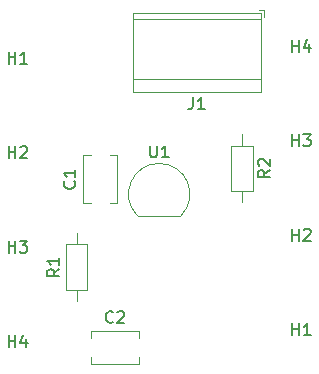
<source format=gbr>
G04 #@! TF.GenerationSoftware,KiCad,Pcbnew,(5.1.4)-1*
G04 #@! TF.CreationDate,2019-11-07T18:26:40-06:00*
G04 #@! TF.ProjectId,SensorBoard,53656e73-6f72-4426-9f61-72642e6b6963,rev?*
G04 #@! TF.SameCoordinates,Original*
G04 #@! TF.FileFunction,Legend,Top*
G04 #@! TF.FilePolarity,Positive*
%FSLAX46Y46*%
G04 Gerber Fmt 4.6, Leading zero omitted, Abs format (unit mm)*
G04 Created by KiCad (PCBNEW (5.1.4)-1) date 2019-11-07 18:26:40*
%MOMM*%
%LPD*%
G04 APERTURE LIST*
%ADD10C,0.120000*%
%ADD11C,0.150000*%
G04 APERTURE END LIST*
D10*
X5838478Y-13838478D02*
G75*
G03X4000000Y-9400000I-1838478J1838478D01*
G01*
X2161522Y-13838478D02*
G75*
G02X4000000Y-9400000I1838478J1838478D01*
G01*
X2200000Y-13850000D02*
X5800000Y-13850000D01*
X11000000Y-12680000D02*
X11000000Y-11730000D01*
X11000000Y-6940000D02*
X11000000Y-7890000D01*
X11920000Y-11730000D02*
X11920000Y-7890000D01*
X10080000Y-11730000D02*
X11920000Y-11730000D01*
X10080000Y-7890000D02*
X10080000Y-11730000D01*
X11920000Y-7890000D02*
X10080000Y-7890000D01*
X-3000000Y-15320000D02*
X-3000000Y-16270000D01*
X-3000000Y-21060000D02*
X-3000000Y-20110000D01*
X-3920000Y-16270000D02*
X-3920000Y-20110000D01*
X-2080000Y-16270000D02*
X-3920000Y-16270000D01*
X-2080000Y-20110000D02*
X-2080000Y-16270000D01*
X-3920000Y-20110000D02*
X-2080000Y-20110000D01*
X12860000Y3610000D02*
X12460000Y3610000D01*
X12860000Y2970000D02*
X12860000Y3610000D01*
X1759000Y-3370000D02*
X1759000Y3370000D01*
X12620000Y-3370000D02*
X12620000Y3370000D01*
X12620000Y3370000D02*
X1759000Y3370000D01*
X12620000Y-3370000D02*
X1759000Y-3370000D01*
X12620000Y-2250000D02*
X1759000Y-2250000D01*
X12620000Y2850000D02*
X1759000Y2850000D01*
X2270000Y-25795000D02*
X2270000Y-26420000D01*
X2270000Y-23580000D02*
X2270000Y-24205000D01*
X-1770000Y-25795000D02*
X-1770000Y-26420000D01*
X-1770000Y-23580000D02*
X-1770000Y-24205000D01*
X-1770000Y-26420000D02*
X2270000Y-26420000D01*
X-1770000Y-23580000D02*
X2270000Y-23580000D01*
X-205000Y-8730000D02*
X420000Y-8730000D01*
X-2420000Y-8730000D02*
X-1795000Y-8730000D01*
X-205000Y-12770000D02*
X420000Y-12770000D01*
X-2420000Y-12770000D02*
X-1795000Y-12770000D01*
X420000Y-12770000D02*
X420000Y-8730000D01*
X-2420000Y-12770000D02*
X-2420000Y-8730000D01*
D11*
X15238095Y-7952380D02*
X15238095Y-6952380D01*
X15238095Y-7428571D02*
X15809523Y-7428571D01*
X15809523Y-7952380D02*
X15809523Y-6952380D01*
X16190476Y-6952380D02*
X16809523Y-6952380D01*
X16476190Y-7333333D01*
X16619047Y-7333333D01*
X16714285Y-7380952D01*
X16761904Y-7428571D01*
X16809523Y-7523809D01*
X16809523Y-7761904D01*
X16761904Y-7857142D01*
X16714285Y-7904761D01*
X16619047Y-7952380D01*
X16333333Y-7952380D01*
X16238095Y-7904761D01*
X16190476Y-7857142D01*
X15238095Y-15952380D02*
X15238095Y-14952380D01*
X15238095Y-15428571D02*
X15809523Y-15428571D01*
X15809523Y-15952380D02*
X15809523Y-14952380D01*
X16238095Y-15047619D02*
X16285714Y-15000000D01*
X16380952Y-14952380D01*
X16619047Y-14952380D01*
X16714285Y-15000000D01*
X16761904Y-15047619D01*
X16809523Y-15142857D01*
X16809523Y-15238095D01*
X16761904Y-15380952D01*
X16190476Y-15952380D01*
X16809523Y-15952380D01*
X15238095Y-23952380D02*
X15238095Y-22952380D01*
X15238095Y-23428571D02*
X15809523Y-23428571D01*
X15809523Y-23952380D02*
X15809523Y-22952380D01*
X16809523Y-23952380D02*
X16238095Y-23952380D01*
X16523809Y-23952380D02*
X16523809Y-22952380D01*
X16428571Y-23095238D01*
X16333333Y-23190476D01*
X16238095Y-23238095D01*
X15238095Y47619D02*
X15238095Y1047619D01*
X15238095Y571428D02*
X15809523Y571428D01*
X15809523Y47619D02*
X15809523Y1047619D01*
X16714285Y714285D02*
X16714285Y47619D01*
X16476190Y1095238D02*
X16238095Y380952D01*
X16857142Y380952D01*
X-8761904Y-16952380D02*
X-8761904Y-15952380D01*
X-8761904Y-16428571D02*
X-8190476Y-16428571D01*
X-8190476Y-16952380D02*
X-8190476Y-15952380D01*
X-7809523Y-15952380D02*
X-7190476Y-15952380D01*
X-7523809Y-16333333D01*
X-7380952Y-16333333D01*
X-7285714Y-16380952D01*
X-7238095Y-16428571D01*
X-7190476Y-16523809D01*
X-7190476Y-16761904D01*
X-7238095Y-16857142D01*
X-7285714Y-16904761D01*
X-7380952Y-16952380D01*
X-7666666Y-16952380D01*
X-7761904Y-16904761D01*
X-7809523Y-16857142D01*
X-8761904Y-8952380D02*
X-8761904Y-7952380D01*
X-8761904Y-8428571D02*
X-8190476Y-8428571D01*
X-8190476Y-8952380D02*
X-8190476Y-7952380D01*
X-7761904Y-8047619D02*
X-7714285Y-8000000D01*
X-7619047Y-7952380D01*
X-7380952Y-7952380D01*
X-7285714Y-8000000D01*
X-7238095Y-8047619D01*
X-7190476Y-8142857D01*
X-7190476Y-8238095D01*
X-7238095Y-8380952D01*
X-7809523Y-8952380D01*
X-7190476Y-8952380D01*
X-8761904Y-952380D02*
X-8761904Y47619D01*
X-8761904Y-428571D02*
X-8190476Y-428571D01*
X-8190476Y-952380D02*
X-8190476Y47619D01*
X-7190476Y-952380D02*
X-7761904Y-952380D01*
X-7476190Y-952380D02*
X-7476190Y47619D01*
X-7571428Y-95238D01*
X-7666666Y-190476D01*
X-7761904Y-238095D01*
X-8761904Y-24952380D02*
X-8761904Y-23952380D01*
X-8761904Y-24428571D02*
X-8190476Y-24428571D01*
X-8190476Y-24952380D02*
X-8190476Y-23952380D01*
X-7285714Y-24285714D02*
X-7285714Y-24952380D01*
X-7523809Y-23904761D02*
X-7761904Y-24619047D01*
X-7142857Y-24619047D01*
X3238095Y-7892380D02*
X3238095Y-8701904D01*
X3285714Y-8797142D01*
X3333333Y-8844761D01*
X3428571Y-8892380D01*
X3619047Y-8892380D01*
X3714285Y-8844761D01*
X3761904Y-8797142D01*
X3809523Y-8701904D01*
X3809523Y-7892380D01*
X4809523Y-8892380D02*
X4238095Y-8892380D01*
X4523809Y-8892380D02*
X4523809Y-7892380D01*
X4428571Y-8035238D01*
X4333333Y-8130476D01*
X4238095Y-8178095D01*
X13372380Y-9976666D02*
X12896190Y-10310000D01*
X13372380Y-10548095D02*
X12372380Y-10548095D01*
X12372380Y-10167142D01*
X12420000Y-10071904D01*
X12467619Y-10024285D01*
X12562857Y-9976666D01*
X12705714Y-9976666D01*
X12800952Y-10024285D01*
X12848571Y-10071904D01*
X12896190Y-10167142D01*
X12896190Y-10548095D01*
X12467619Y-9595714D02*
X12420000Y-9548095D01*
X12372380Y-9452857D01*
X12372380Y-9214761D01*
X12420000Y-9119523D01*
X12467619Y-9071904D01*
X12562857Y-9024285D01*
X12658095Y-9024285D01*
X12800952Y-9071904D01*
X13372380Y-9643333D01*
X13372380Y-9024285D01*
X-4467619Y-18356666D02*
X-4943809Y-18690000D01*
X-4467619Y-18928095D02*
X-5467619Y-18928095D01*
X-5467619Y-18547142D01*
X-5420000Y-18451904D01*
X-5372380Y-18404285D01*
X-5277142Y-18356666D01*
X-5134285Y-18356666D01*
X-5039047Y-18404285D01*
X-4991428Y-18451904D01*
X-4943809Y-18547142D01*
X-4943809Y-18928095D01*
X-4467619Y-17404285D02*
X-4467619Y-17975714D01*
X-4467619Y-17690000D02*
X-5467619Y-17690000D01*
X-5324761Y-17785238D01*
X-5229523Y-17880476D01*
X-5181904Y-17975714D01*
X6856666Y-3822380D02*
X6856666Y-4536666D01*
X6809047Y-4679523D01*
X6713809Y-4774761D01*
X6570952Y-4822380D01*
X6475714Y-4822380D01*
X7856666Y-4822380D02*
X7285238Y-4822380D01*
X7570952Y-4822380D02*
X7570952Y-3822380D01*
X7475714Y-3965238D01*
X7380476Y-4060476D01*
X7285238Y-4108095D01*
X83333Y-22807142D02*
X35714Y-22854761D01*
X-107142Y-22902380D01*
X-202380Y-22902380D01*
X-345238Y-22854761D01*
X-440476Y-22759523D01*
X-488095Y-22664285D01*
X-535714Y-22473809D01*
X-535714Y-22330952D01*
X-488095Y-22140476D01*
X-440476Y-22045238D01*
X-345238Y-21950000D01*
X-202380Y-21902380D01*
X-107142Y-21902380D01*
X35714Y-21950000D01*
X83333Y-21997619D01*
X464285Y-21997619D02*
X511904Y-21950000D01*
X607142Y-21902380D01*
X845238Y-21902380D01*
X940476Y-21950000D01*
X988095Y-21997619D01*
X1035714Y-22092857D01*
X1035714Y-22188095D01*
X988095Y-22330952D01*
X416666Y-22902380D01*
X1035714Y-22902380D01*
X-3192857Y-10916666D02*
X-3145238Y-10964285D01*
X-3097619Y-11107142D01*
X-3097619Y-11202380D01*
X-3145238Y-11345238D01*
X-3240476Y-11440476D01*
X-3335714Y-11488095D01*
X-3526190Y-11535714D01*
X-3669047Y-11535714D01*
X-3859523Y-11488095D01*
X-3954761Y-11440476D01*
X-4050000Y-11345238D01*
X-4097619Y-11202380D01*
X-4097619Y-11107142D01*
X-4050000Y-10964285D01*
X-4002380Y-10916666D01*
X-3097619Y-9964285D02*
X-3097619Y-10535714D01*
X-3097619Y-10250000D02*
X-4097619Y-10250000D01*
X-3954761Y-10345238D01*
X-3859523Y-10440476D01*
X-3811904Y-10535714D01*
M02*

</source>
